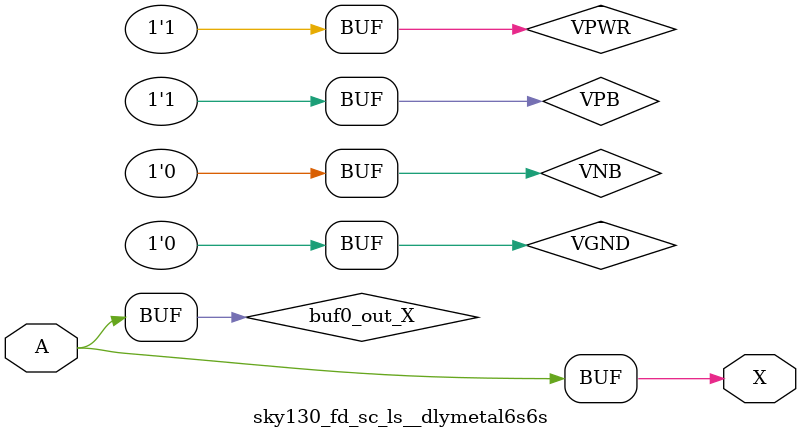
<source format=v>
/*
 * Copyright 2020 The SkyWater PDK Authors
 *
 * Licensed under the Apache License, Version 2.0 (the "License");
 * you may not use this file except in compliance with the License.
 * You may obtain a copy of the License at
 *
 *     https://www.apache.org/licenses/LICENSE-2.0
 *
 * Unless required by applicable law or agreed to in writing, software
 * distributed under the License is distributed on an "AS IS" BASIS,
 * WITHOUT WARRANTIES OR CONDITIONS OF ANY KIND, either express or implied.
 * See the License for the specific language governing permissions and
 * limitations under the License.
 *
 * SPDX-License-Identifier: Apache-2.0
*/


`ifndef SKY130_FD_SC_LS__DLYMETAL6S6S_BEHAVIORAL_V
`define SKY130_FD_SC_LS__DLYMETAL6S6S_BEHAVIORAL_V

/**
 * dlymetal6s6s: 6-inverter delay with output from 6th inverter on
 *               horizontal route.
 *
 * Verilog simulation functional model.
 */

`timescale 1ns / 1ps
`default_nettype none

`celldefine
module sky130_fd_sc_ls__dlymetal6s6s (
    X,
    A
);

    // Module ports
    output X;
    input  A;

    // Module supplies
    supply1 VPWR;
    supply0 VGND;
    supply1 VPB ;
    supply0 VNB ;

    // Local signals
    wire buf0_out_X;

    //  Name  Output      Other arguments
    buf buf0 (buf0_out_X, A              );
    buf buf1 (X         , buf0_out_X     );

endmodule
`endcelldefine

`default_nettype wire
`endif  // SKY130_FD_SC_LS__DLYMETAL6S6S_BEHAVIORAL_V
</source>
